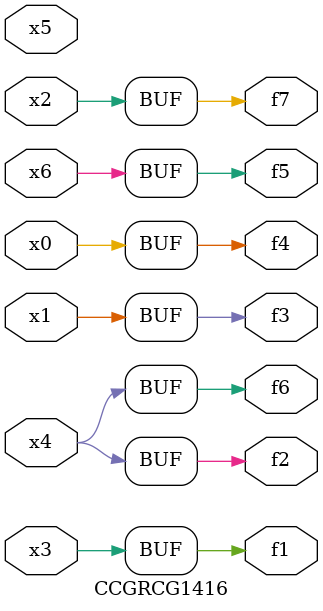
<source format=v>
module CCGRCG1416(
	input x0, x1, x2, x3, x4, x5, x6,
	output f1, f2, f3, f4, f5, f6, f7
);
	assign f1 = x3;
	assign f2 = x4;
	assign f3 = x1;
	assign f4 = x0;
	assign f5 = x6;
	assign f6 = x4;
	assign f7 = x2;
endmodule

</source>
